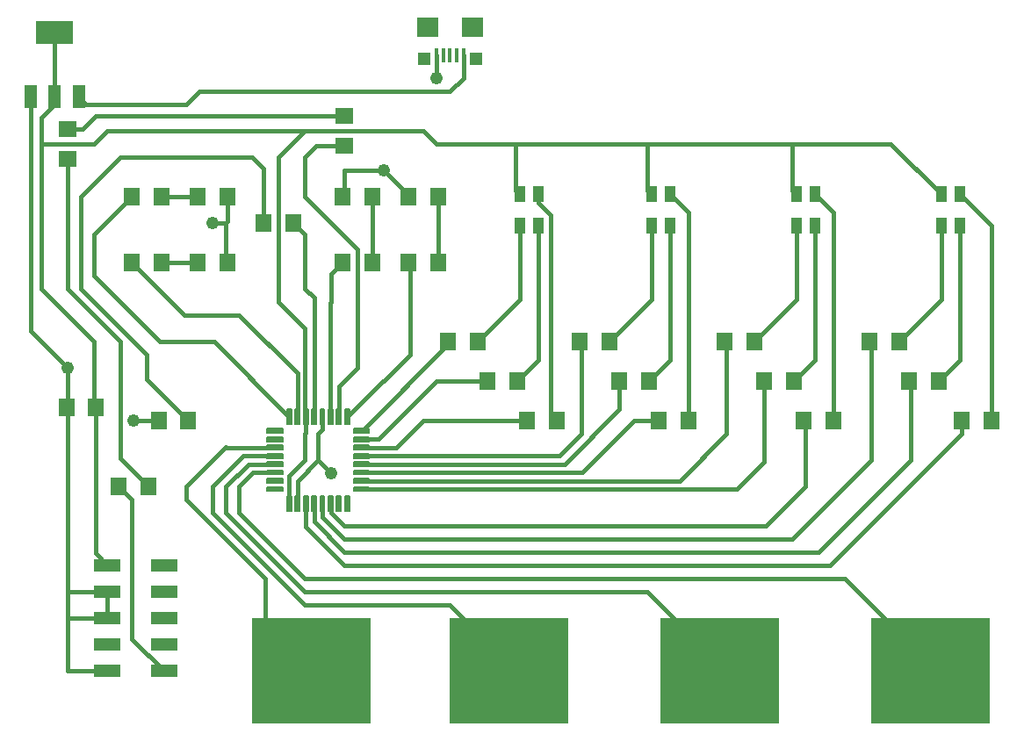
<source format=gbr>
G04 EAGLE Gerber RS-274X export*
G75*
%MOMM*%
%FSLAX34Y34*%
%LPD*%
%INTop Copper*%
%IPPOS*%
%AMOC8*
5,1,8,0,0,1.08239X$1,22.5*%
G01*
G04 Define Apertures*
%ADD10C,0.137500*%
%ADD11R,1.600000X1.803000*%
%ADD12R,1.100000X1.500000*%
%ADD13R,1.219200X2.235200*%
%ADD14R,3.600000X2.200000*%
%ADD15R,1.600000X1.800000*%
%ADD16R,2.150000X1.900000*%
%ADD17R,1.200000X1.300000*%
%ADD18R,0.350000X1.350000*%
%ADD19R,2.540000X1.270000*%
%ADD20R,1.803000X1.600000*%
%ADD21C,0.406400*%
%ADD22C,1.219200*%
G36*
X736135Y304860D02*
X735838Y304800D01*
X623062Y304800D01*
X622787Y304851D01*
X622532Y305015D01*
X622360Y305265D01*
X622300Y305562D01*
X622300Y405638D01*
X622351Y405913D01*
X622515Y406168D01*
X622765Y406340D01*
X623062Y406400D01*
X735838Y406400D01*
X736113Y406349D01*
X736368Y406185D01*
X736540Y405935D01*
X736600Y405638D01*
X736600Y305562D01*
X736549Y305287D01*
X736385Y305032D01*
X736135Y304860D01*
G37*
G36*
X926635Y304860D02*
X926338Y304800D01*
X813562Y304800D01*
X813287Y304851D01*
X813032Y305015D01*
X812860Y305265D01*
X812800Y305562D01*
X812800Y405638D01*
X812851Y405913D01*
X813015Y406168D01*
X813265Y406340D01*
X813562Y406400D01*
X926338Y406400D01*
X926613Y406349D01*
X926868Y406185D01*
X927040Y405935D01*
X927100Y405638D01*
X927100Y305562D01*
X927049Y305287D01*
X926885Y305032D01*
X926635Y304860D01*
G37*
G36*
X1129835Y304860D02*
X1129538Y304800D01*
X1016762Y304800D01*
X1016487Y304851D01*
X1016232Y305015D01*
X1016060Y305265D01*
X1016000Y305562D01*
X1016000Y405638D01*
X1016051Y405913D01*
X1016215Y406168D01*
X1016465Y406340D01*
X1016762Y406400D01*
X1129538Y406400D01*
X1129813Y406349D01*
X1130068Y406185D01*
X1130240Y405935D01*
X1130300Y405638D01*
X1130300Y305562D01*
X1130249Y305287D01*
X1130085Y305032D01*
X1129835Y304860D01*
G37*
G36*
X1333035Y304860D02*
X1332738Y304800D01*
X1219962Y304800D01*
X1219687Y304851D01*
X1219432Y305015D01*
X1219260Y305265D01*
X1219200Y305562D01*
X1219200Y405638D01*
X1219251Y405913D01*
X1219415Y406168D01*
X1219665Y406340D01*
X1219962Y406400D01*
X1332738Y406400D01*
X1333013Y406349D01*
X1333268Y406185D01*
X1333440Y405935D01*
X1333500Y405638D01*
X1333500Y305562D01*
X1333449Y305287D01*
X1333285Y305032D01*
X1333035Y304860D01*
G37*
D10*
X651313Y584737D02*
X636687Y584737D01*
X636687Y588863D01*
X651313Y588863D01*
X651313Y584737D01*
X651313Y586043D02*
X636687Y586043D01*
X636687Y587349D02*
X651313Y587349D01*
X651313Y588655D02*
X636687Y588655D01*
X636687Y576737D02*
X651313Y576737D01*
X636687Y576737D02*
X636687Y580863D01*
X651313Y580863D01*
X651313Y576737D01*
X651313Y578043D02*
X636687Y578043D01*
X636687Y579349D02*
X651313Y579349D01*
X651313Y580655D02*
X636687Y580655D01*
X636687Y568737D02*
X651313Y568737D01*
X636687Y568737D02*
X636687Y572863D01*
X651313Y572863D01*
X651313Y568737D01*
X651313Y570043D02*
X636687Y570043D01*
X636687Y571349D02*
X651313Y571349D01*
X651313Y572655D02*
X636687Y572655D01*
X636687Y560737D02*
X651313Y560737D01*
X636687Y560737D02*
X636687Y564863D01*
X651313Y564863D01*
X651313Y560737D01*
X651313Y562043D02*
X636687Y562043D01*
X636687Y563349D02*
X651313Y563349D01*
X651313Y564655D02*
X636687Y564655D01*
X636687Y552737D02*
X651313Y552737D01*
X636687Y552737D02*
X636687Y556863D01*
X651313Y556863D01*
X651313Y552737D01*
X651313Y554043D02*
X636687Y554043D01*
X636687Y555349D02*
X651313Y555349D01*
X651313Y556655D02*
X636687Y556655D01*
X636687Y544737D02*
X651313Y544737D01*
X636687Y544737D02*
X636687Y548863D01*
X651313Y548863D01*
X651313Y544737D01*
X651313Y546043D02*
X636687Y546043D01*
X636687Y547349D02*
X651313Y547349D01*
X651313Y548655D02*
X636687Y548655D01*
X636687Y536737D02*
X651313Y536737D01*
X636687Y536737D02*
X636687Y540863D01*
X651313Y540863D01*
X651313Y536737D01*
X651313Y538043D02*
X636687Y538043D01*
X636687Y539349D02*
X651313Y539349D01*
X651313Y540655D02*
X636687Y540655D01*
X636687Y528737D02*
X651313Y528737D01*
X636687Y528737D02*
X636687Y532863D01*
X651313Y532863D01*
X651313Y528737D01*
X651313Y530043D02*
X636687Y530043D01*
X636687Y531349D02*
X651313Y531349D01*
X651313Y532655D02*
X636687Y532655D01*
X659863Y524313D02*
X659863Y509687D01*
X655737Y509687D01*
X655737Y524313D01*
X659863Y524313D01*
X659863Y510993D02*
X655737Y510993D01*
X655737Y512299D02*
X659863Y512299D01*
X659863Y513605D02*
X655737Y513605D01*
X655737Y514911D02*
X659863Y514911D01*
X659863Y516217D02*
X655737Y516217D01*
X655737Y517523D02*
X659863Y517523D01*
X659863Y518829D02*
X655737Y518829D01*
X655737Y520135D02*
X659863Y520135D01*
X659863Y521441D02*
X655737Y521441D01*
X655737Y522747D02*
X659863Y522747D01*
X659863Y524053D02*
X655737Y524053D01*
X667863Y524313D02*
X667863Y509687D01*
X663737Y509687D01*
X663737Y524313D01*
X667863Y524313D01*
X667863Y510993D02*
X663737Y510993D01*
X663737Y512299D02*
X667863Y512299D01*
X667863Y513605D02*
X663737Y513605D01*
X663737Y514911D02*
X667863Y514911D01*
X667863Y516217D02*
X663737Y516217D01*
X663737Y517523D02*
X667863Y517523D01*
X667863Y518829D02*
X663737Y518829D01*
X663737Y520135D02*
X667863Y520135D01*
X667863Y521441D02*
X663737Y521441D01*
X663737Y522747D02*
X667863Y522747D01*
X667863Y524053D02*
X663737Y524053D01*
X675863Y524313D02*
X675863Y509687D01*
X671737Y509687D01*
X671737Y524313D01*
X675863Y524313D01*
X675863Y510993D02*
X671737Y510993D01*
X671737Y512299D02*
X675863Y512299D01*
X675863Y513605D02*
X671737Y513605D01*
X671737Y514911D02*
X675863Y514911D01*
X675863Y516217D02*
X671737Y516217D01*
X671737Y517523D02*
X675863Y517523D01*
X675863Y518829D02*
X671737Y518829D01*
X671737Y520135D02*
X675863Y520135D01*
X675863Y521441D02*
X671737Y521441D01*
X671737Y522747D02*
X675863Y522747D01*
X675863Y524053D02*
X671737Y524053D01*
X683863Y524313D02*
X683863Y509687D01*
X679737Y509687D01*
X679737Y524313D01*
X683863Y524313D01*
X683863Y510993D02*
X679737Y510993D01*
X679737Y512299D02*
X683863Y512299D01*
X683863Y513605D02*
X679737Y513605D01*
X679737Y514911D02*
X683863Y514911D01*
X683863Y516217D02*
X679737Y516217D01*
X679737Y517523D02*
X683863Y517523D01*
X683863Y518829D02*
X679737Y518829D01*
X679737Y520135D02*
X683863Y520135D01*
X683863Y521441D02*
X679737Y521441D01*
X679737Y522747D02*
X683863Y522747D01*
X683863Y524053D02*
X679737Y524053D01*
X691863Y524313D02*
X691863Y509687D01*
X687737Y509687D01*
X687737Y524313D01*
X691863Y524313D01*
X691863Y510993D02*
X687737Y510993D01*
X687737Y512299D02*
X691863Y512299D01*
X691863Y513605D02*
X687737Y513605D01*
X687737Y514911D02*
X691863Y514911D01*
X691863Y516217D02*
X687737Y516217D01*
X687737Y517523D02*
X691863Y517523D01*
X691863Y518829D02*
X687737Y518829D01*
X687737Y520135D02*
X691863Y520135D01*
X691863Y521441D02*
X687737Y521441D01*
X687737Y522747D02*
X691863Y522747D01*
X691863Y524053D02*
X687737Y524053D01*
X699863Y524313D02*
X699863Y509687D01*
X695737Y509687D01*
X695737Y524313D01*
X699863Y524313D01*
X699863Y510993D02*
X695737Y510993D01*
X695737Y512299D02*
X699863Y512299D01*
X699863Y513605D02*
X695737Y513605D01*
X695737Y514911D02*
X699863Y514911D01*
X699863Y516217D02*
X695737Y516217D01*
X695737Y517523D02*
X699863Y517523D01*
X699863Y518829D02*
X695737Y518829D01*
X695737Y520135D02*
X699863Y520135D01*
X699863Y521441D02*
X695737Y521441D01*
X695737Y522747D02*
X699863Y522747D01*
X699863Y524053D02*
X695737Y524053D01*
X707863Y524313D02*
X707863Y509687D01*
X703737Y509687D01*
X703737Y524313D01*
X707863Y524313D01*
X707863Y510993D02*
X703737Y510993D01*
X703737Y512299D02*
X707863Y512299D01*
X707863Y513605D02*
X703737Y513605D01*
X703737Y514911D02*
X707863Y514911D01*
X707863Y516217D02*
X703737Y516217D01*
X703737Y517523D02*
X707863Y517523D01*
X707863Y518829D02*
X703737Y518829D01*
X703737Y520135D02*
X707863Y520135D01*
X707863Y521441D02*
X703737Y521441D01*
X703737Y522747D02*
X707863Y522747D01*
X707863Y524053D02*
X703737Y524053D01*
X715863Y524313D02*
X715863Y509687D01*
X711737Y509687D01*
X711737Y524313D01*
X715863Y524313D01*
X715863Y510993D02*
X711737Y510993D01*
X711737Y512299D02*
X715863Y512299D01*
X715863Y513605D02*
X711737Y513605D01*
X711737Y514911D02*
X715863Y514911D01*
X715863Y516217D02*
X711737Y516217D01*
X711737Y517523D02*
X715863Y517523D01*
X715863Y518829D02*
X711737Y518829D01*
X711737Y520135D02*
X715863Y520135D01*
X715863Y521441D02*
X711737Y521441D01*
X711737Y522747D02*
X715863Y522747D01*
X715863Y524053D02*
X711737Y524053D01*
X720287Y532863D02*
X734913Y532863D01*
X734913Y528737D01*
X720287Y528737D01*
X720287Y532863D01*
X720287Y530043D02*
X734913Y530043D01*
X734913Y531349D02*
X720287Y531349D01*
X720287Y532655D02*
X734913Y532655D01*
X734913Y540863D02*
X720287Y540863D01*
X734913Y540863D02*
X734913Y536737D01*
X720287Y536737D01*
X720287Y540863D01*
X720287Y538043D02*
X734913Y538043D01*
X734913Y539349D02*
X720287Y539349D01*
X720287Y540655D02*
X734913Y540655D01*
X734913Y548863D02*
X720287Y548863D01*
X734913Y548863D02*
X734913Y544737D01*
X720287Y544737D01*
X720287Y548863D01*
X720287Y546043D02*
X734913Y546043D01*
X734913Y547349D02*
X720287Y547349D01*
X720287Y548655D02*
X734913Y548655D01*
X734913Y556863D02*
X720287Y556863D01*
X734913Y556863D02*
X734913Y552737D01*
X720287Y552737D01*
X720287Y556863D01*
X720287Y554043D02*
X734913Y554043D01*
X734913Y555349D02*
X720287Y555349D01*
X720287Y556655D02*
X734913Y556655D01*
X734913Y564863D02*
X720287Y564863D01*
X734913Y564863D02*
X734913Y560737D01*
X720287Y560737D01*
X720287Y564863D01*
X720287Y562043D02*
X734913Y562043D01*
X734913Y563349D02*
X720287Y563349D01*
X720287Y564655D02*
X734913Y564655D01*
X734913Y572863D02*
X720287Y572863D01*
X734913Y572863D02*
X734913Y568737D01*
X720287Y568737D01*
X720287Y572863D01*
X720287Y570043D02*
X734913Y570043D01*
X734913Y571349D02*
X720287Y571349D01*
X720287Y572655D02*
X734913Y572655D01*
X734913Y580863D02*
X720287Y580863D01*
X734913Y580863D02*
X734913Y576737D01*
X720287Y576737D01*
X720287Y580863D01*
X720287Y578043D02*
X734913Y578043D01*
X734913Y579349D02*
X720287Y579349D01*
X720287Y580655D02*
X734913Y580655D01*
X734913Y588863D02*
X720287Y588863D01*
X734913Y588863D02*
X734913Y584737D01*
X720287Y584737D01*
X720287Y588863D01*
X720287Y586043D02*
X734913Y586043D01*
X734913Y587349D02*
X720287Y587349D01*
X720287Y588655D02*
X734913Y588655D01*
X711737Y593287D02*
X711737Y607913D01*
X715863Y607913D01*
X715863Y593287D01*
X711737Y593287D01*
X711737Y594593D02*
X715863Y594593D01*
X715863Y595899D02*
X711737Y595899D01*
X711737Y597205D02*
X715863Y597205D01*
X715863Y598511D02*
X711737Y598511D01*
X711737Y599817D02*
X715863Y599817D01*
X715863Y601123D02*
X711737Y601123D01*
X711737Y602429D02*
X715863Y602429D01*
X715863Y603735D02*
X711737Y603735D01*
X711737Y605041D02*
X715863Y605041D01*
X715863Y606347D02*
X711737Y606347D01*
X711737Y607653D02*
X715863Y607653D01*
X703737Y607913D02*
X703737Y593287D01*
X703737Y607913D02*
X707863Y607913D01*
X707863Y593287D01*
X703737Y593287D01*
X703737Y594593D02*
X707863Y594593D01*
X707863Y595899D02*
X703737Y595899D01*
X703737Y597205D02*
X707863Y597205D01*
X707863Y598511D02*
X703737Y598511D01*
X703737Y599817D02*
X707863Y599817D01*
X707863Y601123D02*
X703737Y601123D01*
X703737Y602429D02*
X707863Y602429D01*
X707863Y603735D02*
X703737Y603735D01*
X703737Y605041D02*
X707863Y605041D01*
X707863Y606347D02*
X703737Y606347D01*
X703737Y607653D02*
X707863Y607653D01*
X695737Y607913D02*
X695737Y593287D01*
X695737Y607913D02*
X699863Y607913D01*
X699863Y593287D01*
X695737Y593287D01*
X695737Y594593D02*
X699863Y594593D01*
X699863Y595899D02*
X695737Y595899D01*
X695737Y597205D02*
X699863Y597205D01*
X699863Y598511D02*
X695737Y598511D01*
X695737Y599817D02*
X699863Y599817D01*
X699863Y601123D02*
X695737Y601123D01*
X695737Y602429D02*
X699863Y602429D01*
X699863Y603735D02*
X695737Y603735D01*
X695737Y605041D02*
X699863Y605041D01*
X699863Y606347D02*
X695737Y606347D01*
X695737Y607653D02*
X699863Y607653D01*
X687737Y607913D02*
X687737Y593287D01*
X687737Y607913D02*
X691863Y607913D01*
X691863Y593287D01*
X687737Y593287D01*
X687737Y594593D02*
X691863Y594593D01*
X691863Y595899D02*
X687737Y595899D01*
X687737Y597205D02*
X691863Y597205D01*
X691863Y598511D02*
X687737Y598511D01*
X687737Y599817D02*
X691863Y599817D01*
X691863Y601123D02*
X687737Y601123D01*
X687737Y602429D02*
X691863Y602429D01*
X691863Y603735D02*
X687737Y603735D01*
X687737Y605041D02*
X691863Y605041D01*
X691863Y606347D02*
X687737Y606347D01*
X687737Y607653D02*
X691863Y607653D01*
X679737Y607913D02*
X679737Y593287D01*
X679737Y607913D02*
X683863Y607913D01*
X683863Y593287D01*
X679737Y593287D01*
X679737Y594593D02*
X683863Y594593D01*
X683863Y595899D02*
X679737Y595899D01*
X679737Y597205D02*
X683863Y597205D01*
X683863Y598511D02*
X679737Y598511D01*
X679737Y599817D02*
X683863Y599817D01*
X683863Y601123D02*
X679737Y601123D01*
X679737Y602429D02*
X683863Y602429D01*
X683863Y603735D02*
X679737Y603735D01*
X679737Y605041D02*
X683863Y605041D01*
X683863Y606347D02*
X679737Y606347D01*
X679737Y607653D02*
X683863Y607653D01*
X671737Y607913D02*
X671737Y593287D01*
X671737Y607913D02*
X675863Y607913D01*
X675863Y593287D01*
X671737Y593287D01*
X671737Y594593D02*
X675863Y594593D01*
X675863Y595899D02*
X671737Y595899D01*
X671737Y597205D02*
X675863Y597205D01*
X675863Y598511D02*
X671737Y598511D01*
X671737Y599817D02*
X675863Y599817D01*
X675863Y601123D02*
X671737Y601123D01*
X671737Y602429D02*
X675863Y602429D01*
X675863Y603735D02*
X671737Y603735D01*
X671737Y605041D02*
X675863Y605041D01*
X675863Y606347D02*
X671737Y606347D01*
X671737Y607653D02*
X675863Y607653D01*
X663737Y607913D02*
X663737Y593287D01*
X663737Y607913D02*
X667863Y607913D01*
X667863Y593287D01*
X663737Y593287D01*
X663737Y594593D02*
X667863Y594593D01*
X667863Y595899D02*
X663737Y595899D01*
X663737Y597205D02*
X667863Y597205D01*
X667863Y598511D02*
X663737Y598511D01*
X663737Y599817D02*
X667863Y599817D01*
X667863Y601123D02*
X663737Y601123D01*
X663737Y602429D02*
X667863Y602429D01*
X667863Y603735D02*
X663737Y603735D01*
X663737Y605041D02*
X667863Y605041D01*
X667863Y606347D02*
X663737Y606347D01*
X663737Y607653D02*
X667863Y607653D01*
X655737Y607913D02*
X655737Y593287D01*
X655737Y607913D02*
X659863Y607913D01*
X659863Y593287D01*
X655737Y593287D01*
X655737Y594593D02*
X659863Y594593D01*
X659863Y595899D02*
X655737Y595899D01*
X655737Y597205D02*
X659863Y597205D01*
X659863Y598511D02*
X655737Y598511D01*
X655737Y599817D02*
X659863Y599817D01*
X659863Y601123D02*
X655737Y601123D01*
X655737Y602429D02*
X659863Y602429D01*
X659863Y603735D02*
X655737Y603735D01*
X655737Y605041D02*
X659863Y605041D01*
X659863Y606347D02*
X655737Y606347D01*
X655737Y607653D02*
X659863Y607653D01*
D11*
X801620Y749300D03*
X773180Y749300D03*
X738120Y749300D03*
X709680Y749300D03*
X534920Y749300D03*
X506480Y749300D03*
X534920Y812800D03*
X506480Y812800D03*
D12*
X879984Y815100D03*
X898016Y815100D03*
X898016Y785100D03*
X879984Y785100D03*
X1006984Y815100D03*
X1025016Y815100D03*
X1025016Y785100D03*
X1006984Y785100D03*
X1146684Y815100D03*
X1164716Y815100D03*
X1164716Y785100D03*
X1146684Y785100D03*
X1286384Y815100D03*
X1304416Y815100D03*
X1304416Y785100D03*
X1286384Y785100D03*
D11*
X773180Y812800D03*
X801620Y812800D03*
X709680Y812800D03*
X738120Y812800D03*
X598420Y749300D03*
X569980Y749300D03*
X598420Y812800D03*
X569980Y812800D03*
X915920Y596900D03*
X887480Y596900D03*
X839720Y673100D03*
X811280Y673100D03*
X877820Y635000D03*
X849380Y635000D03*
X1042920Y596900D03*
X1014480Y596900D03*
X966720Y673100D03*
X938280Y673100D03*
X1004820Y635000D03*
X976380Y635000D03*
X1182620Y596900D03*
X1154180Y596900D03*
X1106420Y673100D03*
X1077980Y673100D03*
X1144520Y635000D03*
X1116080Y635000D03*
X1335020Y596900D03*
X1306580Y596900D03*
X1246120Y673100D03*
X1217680Y673100D03*
X1284220Y635000D03*
X1255780Y635000D03*
D13*
X408686Y908812D03*
X431800Y908812D03*
X454914Y908812D03*
D14*
X431800Y970790D03*
D15*
X443200Y609600D03*
X471200Y609600D03*
X532100Y596900D03*
X560100Y596900D03*
D16*
X834550Y976200D03*
X791050Y976200D03*
D17*
X837800Y945700D03*
X787800Y945700D03*
D18*
X812800Y949200D03*
X819300Y949200D03*
X825800Y949200D03*
X806300Y949200D03*
X799800Y949200D03*
D19*
X482600Y457200D03*
X482600Y431800D03*
X482600Y406400D03*
X537200Y457200D03*
X537200Y431800D03*
X537200Y406400D03*
X482600Y381000D03*
X482600Y355600D03*
X537200Y381000D03*
X537200Y355600D03*
D11*
X522220Y533400D03*
X493780Y533400D03*
D20*
X444500Y877820D03*
X444500Y849380D03*
X711200Y862080D03*
X711200Y890520D03*
D11*
X661920Y787400D03*
X633480Y787400D03*
D21*
X444500Y608300D02*
X443200Y609600D01*
X444500Y608300D02*
X444500Y431800D01*
X482600Y431800D01*
X482600Y406400D01*
X482600Y355600D02*
X444500Y355600D01*
X444500Y431800D01*
X444500Y406400D02*
X482600Y406400D01*
X665800Y517000D02*
X665800Y538800D01*
X689800Y588200D02*
X689800Y600600D01*
X689800Y588200D02*
X685800Y584200D01*
X685800Y558800D01*
X665800Y538800D01*
X685800Y558800D02*
X698500Y546100D01*
D22*
X698500Y546100D03*
D21*
X444500Y610900D02*
X444500Y647700D01*
X444500Y610900D02*
X443200Y609600D01*
D22*
X444500Y647700D03*
D21*
X508000Y596900D02*
X532100Y596900D01*
D22*
X508000Y596900D03*
D21*
X598420Y788920D02*
X598420Y812800D01*
X598420Y788920D02*
X596900Y787400D01*
X584200Y787400D01*
D22*
X584200Y787400D03*
X800100Y927100D03*
D21*
X711200Y814320D02*
X709680Y812800D01*
X711200Y814320D02*
X711200Y838200D01*
X749300Y838200D01*
X773180Y814320D01*
X773180Y812800D01*
D22*
X749300Y838200D03*
D21*
X598420Y749300D02*
X596900Y750820D01*
X596900Y787400D01*
X799800Y949200D02*
X800100Y948900D01*
X800100Y927100D01*
X444500Y647700D02*
X408686Y683514D01*
X408686Y908812D01*
X506480Y386320D02*
X537200Y355600D01*
X506480Y520700D02*
X493780Y533400D01*
X506480Y520700D02*
X506480Y386320D01*
X898016Y806721D02*
X898016Y815100D01*
X898016Y806721D02*
X909612Y795125D01*
X909612Y603208D02*
X915920Y596900D01*
X909612Y603208D02*
X909612Y795125D01*
X879984Y713364D02*
X839720Y673100D01*
X879984Y713364D02*
X879984Y785100D01*
X898016Y655196D02*
X877820Y635000D01*
X898016Y655196D02*
X898016Y785100D01*
X1042920Y797196D02*
X1042920Y596900D01*
X1042920Y797196D02*
X1025016Y815100D01*
X1006984Y713364D02*
X966720Y673100D01*
X1006984Y713364D02*
X1006984Y785100D01*
X1025016Y655196D02*
X1004820Y635000D01*
X1025016Y655196D02*
X1025016Y785100D01*
X1182620Y797196D02*
X1182620Y596900D01*
X1182620Y797196D02*
X1164716Y815100D01*
X1146684Y713364D02*
X1106420Y673100D01*
X1146684Y713364D02*
X1146684Y785100D01*
X1164716Y655196D02*
X1144520Y635000D01*
X1164716Y655196D02*
X1164716Y785100D01*
X1335020Y784496D02*
X1335020Y596900D01*
X1335020Y784496D02*
X1304416Y815100D01*
X1286384Y713364D02*
X1246120Y673100D01*
X1286384Y713364D02*
X1286384Y785100D01*
X1304416Y655196D02*
X1284220Y635000D01*
X1304416Y655196D02*
X1304416Y785100D01*
X569980Y749300D02*
X534920Y749300D01*
X534920Y812800D02*
X569980Y812800D01*
X801620Y812800D02*
X801620Y749300D01*
X738120Y749300D02*
X738120Y812800D01*
X585300Y673100D02*
X657800Y600600D01*
X585300Y673100D02*
X533400Y673100D01*
X469900Y736600D01*
X469900Y776220D01*
X506480Y812800D01*
X506480Y749300D02*
X557280Y698500D01*
X609600Y698500D01*
X665800Y642300D01*
X665800Y600600D01*
X697800Y600600D02*
X697800Y710500D01*
X698500Y711200D01*
X698500Y738120D01*
X709680Y749300D01*
X773180Y749300D02*
X774700Y747780D01*
X748200Y635000D02*
X713800Y600600D01*
X748200Y635000D02*
X749300Y635000D01*
X774700Y660400D01*
X774700Y747780D01*
X743900Y578800D02*
X727600Y578800D01*
X743900Y578800D02*
X800100Y635000D01*
X849380Y635000D01*
X923100Y554800D02*
X727600Y554800D01*
X923100Y554800D02*
X976380Y608080D01*
X976380Y635000D01*
X761300Y570800D02*
X727600Y570800D01*
X761300Y570800D02*
X787400Y596900D01*
X887480Y596900D01*
X940500Y546800D02*
X727600Y546800D01*
X940500Y546800D02*
X990600Y596900D01*
X1014480Y596900D01*
X918400Y562800D02*
X727600Y562800D01*
X918400Y562800D02*
X939800Y584200D01*
X939800Y671580D01*
X938280Y673100D01*
X1089600Y530800D02*
X727600Y530800D01*
X1089600Y530800D02*
X1116080Y557280D01*
X1116080Y635000D01*
X681800Y517000D02*
X681800Y499300D01*
X711200Y469900D01*
X1168400Y469900D01*
X1257300Y558800D01*
X1257300Y633480D01*
X1255780Y635000D01*
X698500Y516300D02*
X697800Y517000D01*
X698500Y516300D02*
X698500Y508000D01*
X711200Y495300D01*
X1117600Y495300D01*
X1155700Y533400D01*
X1155700Y596900D01*
X1034100Y538800D02*
X727600Y538800D01*
X1034100Y538800D02*
X1079500Y584200D01*
X1079500Y671580D01*
X1077980Y673100D01*
X673800Y517000D02*
X673800Y494600D01*
X711200Y457200D01*
X1179580Y457200D01*
X1306580Y584200D02*
X1306580Y596900D01*
X1306580Y584200D02*
X1179580Y457200D01*
X689800Y504000D02*
X689800Y517000D01*
X689800Y504000D02*
X711200Y482600D01*
X1143000Y482600D01*
X1219200Y558800D01*
X1219200Y671580D01*
X1217680Y673100D01*
X811280Y670480D02*
X727600Y586800D01*
X811280Y670480D02*
X811280Y673100D01*
X644000Y570800D02*
X597600Y570800D01*
X596900Y571500D01*
X558800Y533400D01*
X558800Y520700D01*
X635000Y444500D01*
X635000Y406400D01*
X644000Y562800D02*
X613600Y562800D01*
X584200Y533400D01*
X584200Y508000D01*
X673100Y419100D01*
X812800Y419100D01*
X825500Y406400D01*
X644000Y554800D02*
X618300Y554800D01*
X596900Y533400D01*
X596900Y508000D01*
X673100Y431800D01*
X1003300Y431800D01*
X1028700Y406400D01*
X644000Y546800D02*
X623000Y546800D01*
X609600Y533400D01*
X609600Y508000D01*
X673100Y444500D01*
X1193800Y444500D01*
X1244600Y393700D01*
X812800Y914400D02*
X571500Y914400D01*
X825800Y927400D02*
X825800Y949200D01*
X825800Y927400D02*
X812800Y914400D01*
X571500Y914400D02*
X558800Y901700D01*
X462026Y901700D01*
X454914Y908812D01*
X471200Y609600D02*
X471200Y468600D01*
X482600Y457200D01*
X1237884Y863600D02*
X1286384Y815100D01*
X1237884Y863600D02*
X1143000Y863600D01*
X1003300Y863600D01*
X876300Y863600D01*
X800100Y863600D01*
X1143000Y818784D02*
X1146684Y815100D01*
X1143000Y818784D02*
X1143000Y863600D01*
X1006984Y815100D02*
X1003300Y818784D01*
X1003300Y863600D01*
X879984Y815100D02*
X876300Y818784D01*
X876300Y863600D01*
X673800Y600600D02*
X673800Y584900D01*
X673100Y584200D01*
X657800Y543500D02*
X657800Y517000D01*
X657800Y543500D02*
X673100Y558800D01*
X673100Y584200D01*
X800100Y863600D02*
X787400Y876300D01*
X673100Y876300D01*
X673100Y601300D02*
X673800Y600600D01*
X673100Y601300D02*
X673100Y685800D01*
X673100Y876300D02*
X482600Y876300D01*
X647824Y851024D02*
X673100Y876300D01*
X647824Y851024D02*
X647824Y711076D01*
X673100Y685800D01*
X431800Y908812D02*
X431800Y970790D01*
X482600Y876300D02*
X469900Y863600D01*
X419100Y863600D01*
X469900Y610900D02*
X471200Y609600D01*
X469900Y610900D02*
X469900Y673100D01*
X419100Y723900D01*
X419100Y863600D01*
X419100Y889000D01*
X431800Y901700D01*
X495300Y560320D02*
X522220Y533400D01*
X495300Y560320D02*
X495300Y673100D01*
X444500Y723900D01*
X444500Y849380D01*
X444500Y877820D02*
X458815Y877820D01*
X471515Y890520D02*
X711200Y890520D01*
X471515Y890520D02*
X458815Y877820D01*
X684280Y862080D02*
X711200Y862080D01*
X684280Y862080D02*
X673100Y850900D01*
X673100Y812800D01*
X723900Y762000D01*
X723900Y647700D01*
X705800Y629600D02*
X705800Y600600D01*
X705800Y629600D02*
X723900Y647700D01*
X560100Y596900D02*
X520700Y636300D01*
X520700Y660400D01*
X457200Y723900D01*
X457200Y812800D01*
X495300Y850900D01*
X622300Y850900D01*
X633480Y839720D01*
X633480Y787400D01*
X661920Y787400D02*
X673100Y776220D01*
X673100Y723900D01*
X681800Y715200D02*
X681800Y600600D01*
X681800Y715200D02*
X673100Y723900D01*
M02*

</source>
